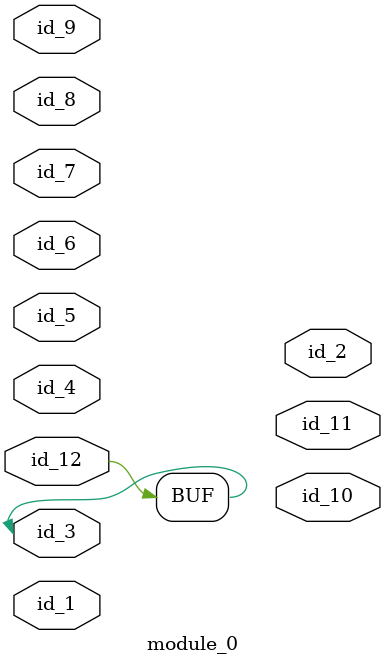
<source format=v>
`timescale 1ps / 1ps
module module_0 (
    id_1,
    id_2,
    id_3,
    id_4,
    id_5,
    id_6,
    id_7,
    id_8,
    id_9,
    id_10,
    id_11,
    id_12
);
  input id_12;
  output id_11;
  output id_10;
  input id_9;
  input id_8;
  inout id_7;
  inout id_6;
  inout id_5;
  input id_4;
  inout id_3;
  output id_2;
  inout id_1;
  assign id_3 = id_12;
endmodule

</source>
